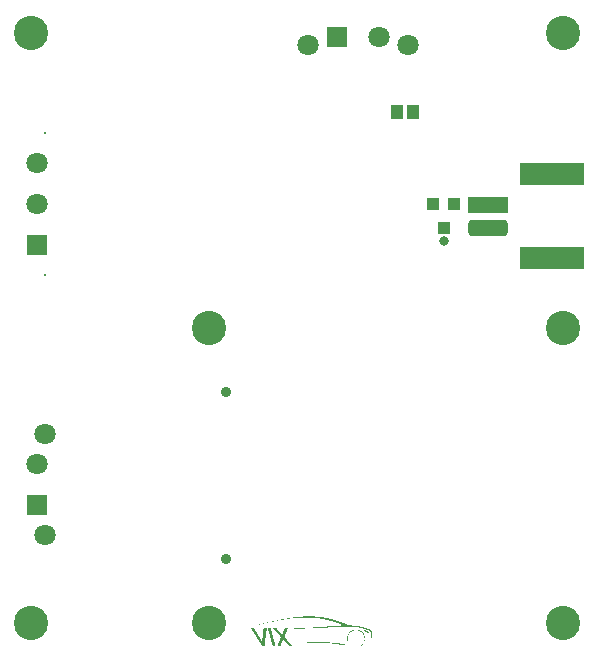
<source format=gbs>
G04*
G04 #@! TF.GenerationSoftware,Altium Limited,Altium Designer,19.0.10 (269)*
G04*
G04 Layer_Color=16711935*
%FSLAX25Y25*%
%MOIN*%
G70*
G01*
G75*
%ADD54R,0.04143X0.04537*%
%ADD81R,0.03950X0.04343*%
%ADD82C,0.03556*%
%ADD83R,0.07099X0.07099*%
%ADD84C,0.07099*%
%ADD85C,0.00800*%
%ADD86R,0.07099X0.07099*%
%ADD87C,0.11430*%
%ADD88C,0.03162*%
%ADD107R,0.21666X0.07493*%
G04:AMPARAMS|DCode=108|XSize=55.24mil|YSize=133.98mil|CornerRadius=15.81mil|HoleSize=0mil|Usage=FLASHONLY|Rotation=270.000|XOffset=0mil|YOffset=0mil|HoleType=Round|Shape=RoundedRectangle|*
%AMROUNDEDRECTD108*
21,1,0.05524,0.10236,0,0,270.0*
21,1,0.02362,0.13398,0,0,270.0*
1,1,0.03162,-0.05118,-0.01181*
1,1,0.03162,-0.05118,0.01181*
1,1,0.03162,0.05118,0.01181*
1,1,0.03162,0.05118,-0.01181*
%
%ADD108ROUNDEDRECTD108*%
%ADD109R,0.13398X0.05524*%
G36*
X104751Y12066D02*
X105470D01*
Y12001D01*
X105994D01*
Y11935D01*
X106517D01*
Y11870D01*
X106909D01*
Y11804D01*
X107301D01*
Y11739D01*
X107628D01*
Y11674D01*
X107955D01*
Y11608D01*
X108282D01*
Y11543D01*
X108609D01*
Y11477D01*
X109002D01*
Y11412D01*
X109263D01*
Y11347D01*
X109525D01*
Y11281D01*
X109786D01*
Y11216D01*
X109983D01*
Y11150D01*
X110244D01*
Y11085D01*
X110440D01*
Y11020D01*
X110637D01*
Y10954D01*
X110898D01*
Y10889D01*
X111094D01*
Y10823D01*
X111356D01*
Y10758D01*
X111618D01*
Y10693D01*
X111814D01*
Y10627D01*
X112010D01*
Y10562D01*
X112141D01*
Y10497D01*
X112337D01*
Y10431D01*
X112533D01*
Y10366D01*
X112729D01*
Y10300D01*
X112860D01*
Y10235D01*
X113056D01*
Y10170D01*
X113252D01*
Y10104D01*
X113449D01*
Y10039D01*
X113645D01*
Y9973D01*
X113841D01*
Y9908D01*
X113972D01*
Y9843D01*
X114168D01*
Y9777D01*
X114299D01*
Y9712D01*
X114429D01*
Y9646D01*
X114626D01*
Y9581D01*
X114757D01*
Y9516D01*
X114953D01*
Y9450D01*
X115083D01*
Y9385D01*
X115280D01*
Y9319D01*
X115476D01*
Y9254D01*
X115607D01*
Y9189D01*
X115737D01*
Y9123D01*
X116587D01*
Y9058D01*
X117438D01*
Y8992D01*
X118092D01*
Y8927D01*
X118549D01*
Y8862D01*
X119007D01*
Y8796D01*
X119399D01*
Y8731D01*
X119792D01*
Y8665D01*
X120119D01*
Y8600D01*
X120380D01*
Y8535D01*
X120577D01*
Y8469D01*
X120838D01*
Y8404D01*
X121034D01*
Y8338D01*
X121230D01*
Y8273D01*
X121427D01*
Y8208D01*
X121623D01*
Y8142D01*
X121819D01*
Y8077D01*
X122015D01*
Y8011D01*
X122211D01*
Y7946D01*
X122408D01*
Y7881D01*
X122538D01*
Y7815D01*
X122669D01*
Y7750D01*
X122800D01*
Y7684D01*
X122865D01*
Y7619D01*
X122996D01*
Y7554D01*
X123062D01*
Y7488D01*
X123127D01*
Y7423D01*
X123258D01*
Y7357D01*
X123323D01*
Y7292D01*
Y7227D01*
X123389D01*
Y7161D01*
X123454D01*
Y7096D01*
Y7031D01*
X123519D01*
Y6965D01*
Y6900D01*
Y6834D01*
Y6769D01*
Y6704D01*
Y6638D01*
Y6573D01*
Y6507D01*
Y6442D01*
Y6377D01*
Y6311D01*
Y6246D01*
Y6180D01*
Y6115D01*
Y6050D01*
Y5984D01*
Y5919D01*
Y5853D01*
Y5788D01*
Y5723D01*
X123454D01*
Y5657D01*
Y5592D01*
Y5526D01*
X123389D01*
Y5461D01*
Y5396D01*
Y5330D01*
X123323D01*
Y5265D01*
Y5200D01*
X123258D01*
Y5134D01*
Y5069D01*
Y5003D01*
X123192D01*
Y4938D01*
Y4873D01*
Y4807D01*
X123127D01*
Y4742D01*
Y4676D01*
X123062D01*
Y4611D01*
Y4546D01*
X122996D01*
Y4480D01*
Y4415D01*
X122931D01*
Y4480D01*
Y4546D01*
Y4611D01*
Y4676D01*
X122996D01*
Y4742D01*
Y4807D01*
Y4873D01*
X123062D01*
Y4938D01*
Y5003D01*
Y5069D01*
Y5134D01*
Y5200D01*
Y5265D01*
Y5330D01*
X123127D01*
Y5396D01*
Y5461D01*
Y5526D01*
Y5592D01*
Y5657D01*
X123192D01*
Y5723D01*
Y5788D01*
Y5853D01*
X123127D01*
Y5919D01*
Y5984D01*
Y6050D01*
X123192D01*
Y6115D01*
X123127D01*
Y6180D01*
Y6246D01*
Y6311D01*
Y6377D01*
X123062D01*
Y6442D01*
Y6507D01*
Y6573D01*
Y6638D01*
X122996D01*
Y6704D01*
Y6769D01*
X122931D01*
Y6834D01*
X122865D01*
Y6900D01*
Y6965D01*
X122800D01*
Y7031D01*
X122735D01*
Y7096D01*
X122669D01*
Y7161D01*
X122538D01*
Y7227D01*
X122473D01*
Y7292D01*
X122408D01*
Y7357D01*
X122277D01*
Y7423D01*
X122211D01*
Y7488D01*
X122081D01*
Y7554D01*
X121884D01*
Y7619D01*
X121688D01*
Y7684D01*
X121557D01*
Y7750D01*
X121427D01*
Y7815D01*
X121230D01*
Y7881D01*
X121100D01*
Y7946D01*
X120904D01*
Y8011D01*
X120707D01*
Y8077D01*
X120511D01*
Y8142D01*
X120315D01*
Y8208D01*
X120119D01*
Y8273D01*
X119726D01*
Y8338D01*
X119465D01*
Y8404D01*
X119138D01*
Y8469D01*
X118811D01*
Y8535D01*
X118419D01*
Y8600D01*
X117830D01*
Y8665D01*
X116914D01*
Y8731D01*
X113645D01*
Y8665D01*
X112141D01*
Y8600D01*
X110964D01*
Y8535D01*
X109852D01*
Y8469D01*
X108740D01*
Y8404D01*
X107694D01*
Y8338D01*
X107367D01*
Y8404D01*
X107301D01*
Y8338D01*
X106582D01*
Y8273D01*
X106321D01*
Y8338D01*
X106190D01*
Y8273D01*
X104816D01*
Y8208D01*
X103116D01*
Y8142D01*
X100893D01*
Y8077D01*
X97427D01*
Y8142D01*
X99520D01*
Y8208D01*
X100827D01*
Y8273D01*
X101874D01*
Y8338D01*
X102855D01*
Y8404D01*
X103770D01*
Y8469D01*
X104620D01*
Y8535D01*
X105470D01*
Y8600D01*
X106321D01*
Y8665D01*
X106517D01*
Y8600D01*
X106582D01*
Y8665D01*
X107105D01*
Y8731D01*
X107236D01*
Y8665D01*
X107367D01*
Y8731D01*
X108282D01*
Y8796D01*
X109133D01*
Y8862D01*
X109983D01*
Y8927D01*
X110833D01*
Y8992D01*
X111814D01*
Y9058D01*
X113056D01*
Y9123D01*
X113514D01*
Y9189D01*
Y9254D01*
X113383D01*
Y9319D01*
X113187D01*
Y9385D01*
X113056D01*
Y9450D01*
X112925D01*
Y9516D01*
X112795D01*
Y9581D01*
X112598D01*
Y9646D01*
X112402D01*
Y9712D01*
X112271D01*
Y9777D01*
X112075D01*
Y9843D01*
X111944D01*
Y9908D01*
X111748D01*
Y9973D01*
X111618D01*
Y10039D01*
X111421D01*
Y10104D01*
X111291D01*
Y10170D01*
X111094D01*
Y10235D01*
X110898D01*
Y10300D01*
X110637D01*
Y10366D01*
X110440D01*
Y10431D01*
X110244D01*
Y10497D01*
X110048D01*
Y10562D01*
X109852D01*
Y10627D01*
X109590D01*
Y10693D01*
X109394D01*
Y10758D01*
X109133D01*
Y10823D01*
X108936D01*
Y10889D01*
X108675D01*
Y10954D01*
X108413D01*
Y11020D01*
X108021D01*
Y11085D01*
X107694D01*
Y11150D01*
X107367D01*
Y11216D01*
X107040D01*
Y11281D01*
X106713D01*
Y11347D01*
X106321D01*
Y11412D01*
X105928D01*
Y11477D01*
X105470D01*
Y11543D01*
X104947D01*
Y11608D01*
X104293D01*
Y11674D01*
X103312D01*
Y11739D01*
X103182D01*
Y11674D01*
X102920D01*
Y11739D01*
X99585D01*
Y11674D01*
X99258D01*
Y11739D01*
X99127D01*
Y11674D01*
X98081D01*
Y11608D01*
X97296D01*
Y11543D01*
X96708D01*
Y11477D01*
X96184D01*
Y11412D01*
X95727D01*
Y11347D01*
X95269D01*
Y11281D01*
X94811D01*
Y11216D01*
X94419D01*
Y11150D01*
X94026D01*
Y11085D01*
X93634D01*
Y11020D01*
X93111D01*
Y10954D01*
X92718D01*
Y10889D01*
X92392D01*
Y10823D01*
X92065D01*
Y10758D01*
X91738D01*
Y10693D01*
X91411D01*
Y10627D01*
X91149D01*
Y10562D01*
X90822D01*
Y10497D01*
X90561D01*
Y10431D01*
X90233D01*
Y10366D01*
X89907D01*
Y10300D01*
X89580D01*
Y10235D01*
X89253D01*
Y10300D01*
X89514D01*
Y10366D01*
X89776D01*
Y10431D01*
X90037D01*
Y10497D01*
X90299D01*
Y10562D01*
X90561D01*
Y10627D01*
X90822D01*
Y10693D01*
X91149D01*
Y10758D01*
X91541D01*
Y10823D01*
X91868D01*
Y10889D01*
X92130D01*
Y10954D01*
X92457D01*
Y11020D01*
X92784D01*
Y11085D01*
X93046D01*
Y11150D01*
X93372D01*
Y11216D01*
X93699D01*
Y11281D01*
X94026D01*
Y11347D01*
X94419D01*
Y11412D01*
X94746D01*
Y11477D01*
X94811D01*
Y11412D01*
X94876D01*
Y11477D01*
X95269D01*
Y11543D01*
X95727D01*
Y11608D01*
X96119D01*
Y11674D01*
X96511D01*
Y11739D01*
X96969D01*
Y11804D01*
X97427D01*
Y11870D01*
X97950D01*
Y11935D01*
X98473D01*
Y12001D01*
X99127D01*
Y12066D01*
X99912D01*
Y12131D01*
X100108D01*
Y12066D01*
X100239D01*
Y12131D01*
X104490D01*
Y12066D01*
X104555D01*
Y12131D01*
X104751D01*
Y12066D01*
D02*
G37*
G36*
X89253Y10170D02*
X88991D01*
Y10235D01*
X89253D01*
Y10170D01*
D02*
G37*
G36*
X88991Y10104D02*
X88730D01*
Y10039D01*
X88468D01*
Y9973D01*
X88206D01*
Y9908D01*
X87945D01*
Y9843D01*
X87683D01*
Y9777D01*
X87422D01*
Y9712D01*
X87095D01*
Y9777D01*
X87291D01*
Y9843D01*
X87552D01*
Y9908D01*
X87814D01*
Y9973D01*
X88076D01*
Y10039D01*
X88337D01*
Y10104D01*
X88664D01*
Y10170D01*
X88991D01*
Y10104D01*
D02*
G37*
G36*
X87095Y9646D02*
X86833D01*
Y9712D01*
X87095D01*
Y9646D01*
D02*
G37*
G36*
X86833Y9581D02*
X86572D01*
Y9646D01*
X86833D01*
Y9581D01*
D02*
G37*
G36*
X85983Y9385D02*
X85721D01*
Y9450D01*
X85983D01*
Y9385D01*
D02*
G37*
G36*
X85721Y9319D02*
X85525D01*
Y9385D01*
X85721D01*
Y9319D01*
D02*
G37*
G36*
X120577Y7619D02*
X120838D01*
Y7554D01*
X121034D01*
Y7488D01*
X121230D01*
Y7423D01*
X121427D01*
Y7357D01*
X121623D01*
Y7292D01*
X121754D01*
Y7227D01*
X121884D01*
Y7161D01*
X122015D01*
Y7096D01*
X122081D01*
Y7031D01*
X122146D01*
Y6965D01*
X122277D01*
Y6900D01*
X122342D01*
Y6834D01*
X122408D01*
Y6769D01*
Y6704D01*
Y6638D01*
X122277D01*
Y6573D01*
X121819D01*
Y6638D01*
X121688D01*
Y6704D01*
X121557D01*
Y6769D01*
X121492D01*
Y6834D01*
X121427D01*
Y6900D01*
X121361D01*
Y6965D01*
X121296D01*
Y7031D01*
X121230D01*
Y7096D01*
X121165D01*
Y7161D01*
X121034D01*
Y7227D01*
X120969D01*
Y7292D01*
X120904D01*
Y7357D01*
X120838D01*
Y7423D01*
X120707D01*
Y7488D01*
X120642D01*
Y7554D01*
X120511D01*
Y7619D01*
X120380D01*
Y7684D01*
X120577D01*
Y7619D01*
D02*
G37*
G36*
X95269Y8142D02*
Y8077D01*
X95204D01*
Y8011D01*
Y7946D01*
Y7881D01*
X95138D01*
Y7815D01*
Y7750D01*
X95073D01*
Y7684D01*
Y7619D01*
Y7554D01*
X95007D01*
Y7488D01*
Y7423D01*
Y7357D01*
X94942D01*
Y7292D01*
Y7227D01*
Y7161D01*
X94876D01*
Y7096D01*
Y7031D01*
X94811D01*
Y6965D01*
Y6900D01*
Y6834D01*
X94746D01*
Y6769D01*
Y6704D01*
X94680D01*
Y6638D01*
Y6573D01*
Y6507D01*
X94615D01*
Y6442D01*
Y6377D01*
X94550D01*
Y6311D01*
Y6246D01*
Y6180D01*
X94484D01*
Y6115D01*
Y6050D01*
X94419D01*
Y5984D01*
Y5919D01*
Y5853D01*
X94353D01*
Y5788D01*
Y5723D01*
Y5657D01*
Y5592D01*
X94288D01*
Y5526D01*
Y5461D01*
X94223D01*
Y5396D01*
Y5330D01*
Y5265D01*
Y5200D01*
X94288D01*
Y5134D01*
X94353D01*
Y5069D01*
X94419D01*
Y5003D01*
X94484D01*
Y4938D01*
Y4873D01*
X94550D01*
Y4807D01*
X94615D01*
Y4742D01*
X94680D01*
Y4676D01*
X94746D01*
Y4611D01*
X94811D01*
Y4546D01*
X94876D01*
Y4480D01*
X94942D01*
Y4415D01*
X95007D01*
Y4349D01*
Y4284D01*
X95073D01*
Y4219D01*
X95138D01*
Y4153D01*
X95204D01*
Y4088D01*
X95269D01*
Y4022D01*
X95334D01*
Y3957D01*
X95400D01*
Y3892D01*
Y3826D01*
X95465D01*
Y3761D01*
X95530D01*
Y3695D01*
X95596D01*
Y3630D01*
X95661D01*
Y3565D01*
X95727D01*
Y3499D01*
X95792D01*
Y3434D01*
X95858D01*
Y3368D01*
Y3303D01*
X95923D01*
Y3238D01*
X95988D01*
Y3172D01*
X96054D01*
Y3107D01*
X96119D01*
Y3042D01*
X96184D01*
Y2976D01*
X96250D01*
Y2911D01*
X96315D01*
Y2845D01*
X96381D01*
Y2780D01*
Y2715D01*
X96446D01*
Y2649D01*
X96511D01*
Y2584D01*
X96577D01*
Y2518D01*
X96642D01*
Y2453D01*
X96708D01*
Y2388D01*
X96773D01*
Y2322D01*
Y2257D01*
X96904D01*
Y2191D01*
X95727D01*
Y2257D01*
X95661D01*
Y2322D01*
X95596D01*
Y2388D01*
Y2453D01*
X95530D01*
Y2518D01*
X95465D01*
Y2584D01*
X95400D01*
Y2649D01*
X95334D01*
Y2715D01*
X95269D01*
Y2780D01*
X95204D01*
Y2845D01*
X95138D01*
Y2911D01*
Y2976D01*
X95073D01*
Y3042D01*
X95007D01*
Y3107D01*
X94942D01*
Y3172D01*
X94876D01*
Y3238D01*
Y3303D01*
X94811D01*
Y3368D01*
X94746D01*
Y3434D01*
X94680D01*
Y3499D01*
X94615D01*
Y3565D01*
X94550D01*
Y3630D01*
X94484D01*
Y3695D01*
X94419D01*
Y3761D01*
Y3826D01*
X94353D01*
Y3892D01*
X94288D01*
Y3957D01*
X94223D01*
Y4022D01*
X94157D01*
Y4088D01*
X94092D01*
Y4153D01*
Y4219D01*
X94026D01*
Y4284D01*
X93961D01*
Y4349D01*
X93896D01*
Y4415D01*
X93830D01*
Y4480D01*
X93699D01*
Y4415D01*
X93634D01*
Y4349D01*
Y4284D01*
Y4219D01*
Y4153D01*
X93569D01*
Y4088D01*
Y4022D01*
X93503D01*
Y3957D01*
Y3892D01*
Y3826D01*
X93438D01*
Y3761D01*
Y3695D01*
Y3630D01*
X93372D01*
Y3565D01*
Y3499D01*
X93307D01*
Y3434D01*
Y3368D01*
X93242D01*
Y3303D01*
Y3238D01*
Y3172D01*
X93176D01*
Y3107D01*
Y3042D01*
Y2976D01*
X93111D01*
Y2911D01*
Y2845D01*
Y2780D01*
X93046D01*
Y2715D01*
Y2649D01*
X92980D01*
Y2584D01*
Y2518D01*
Y2453D01*
Y2388D01*
X92915D01*
Y2322D01*
Y2257D01*
Y2191D01*
X91803D01*
Y2257D01*
X91868D01*
Y2322D01*
Y2388D01*
X91934D01*
Y2453D01*
Y2518D01*
X91999D01*
Y2584D01*
Y2649D01*
Y2715D01*
X92065D01*
Y2780D01*
Y2845D01*
X92130D01*
Y2911D01*
Y2976D01*
Y3042D01*
X92195D01*
Y3107D01*
Y3172D01*
X92261D01*
Y3238D01*
Y3303D01*
Y3368D01*
X92326D01*
Y3434D01*
Y3499D01*
X92392D01*
Y3565D01*
Y3630D01*
Y3695D01*
X92457D01*
Y3761D01*
Y3826D01*
Y3892D01*
Y3957D01*
X92522D01*
Y4022D01*
Y4088D01*
X92588D01*
Y4153D01*
Y4219D01*
X92653D01*
Y4284D01*
Y4349D01*
Y4415D01*
X92718D01*
Y4480D01*
Y4546D01*
Y4611D01*
X92784D01*
Y4676D01*
Y4742D01*
X92849D01*
Y4807D01*
Y4873D01*
X92915D01*
Y4938D01*
Y5003D01*
Y5069D01*
X92980D01*
Y5134D01*
Y5200D01*
Y5265D01*
Y5330D01*
X92915D01*
Y5396D01*
X92849D01*
Y5461D01*
X92784D01*
Y5526D01*
X92718D01*
Y5592D01*
X92653D01*
Y5657D01*
X92588D01*
Y5723D01*
Y5788D01*
X92522D01*
Y5853D01*
X92457D01*
Y5919D01*
X92392D01*
Y5984D01*
X92326D01*
Y6050D01*
X92261D01*
Y6115D01*
X92195D01*
Y6180D01*
X92130D01*
Y6246D01*
X92065D01*
Y6311D01*
Y6377D01*
X91999D01*
Y6442D01*
X91934D01*
Y6507D01*
X91868D01*
Y6573D01*
X91803D01*
Y6638D01*
X91738D01*
Y6704D01*
X91672D01*
Y6769D01*
X91607D01*
Y6834D01*
Y6900D01*
X91541D01*
Y6965D01*
X91476D01*
Y7031D01*
X91411D01*
Y7096D01*
X91345D01*
Y7161D01*
X91280D01*
Y7227D01*
X91214D01*
Y7292D01*
X91149D01*
Y7357D01*
Y7423D01*
X91084D01*
Y7488D01*
X91018D01*
Y7554D01*
X90953D01*
Y7619D01*
X90887D01*
Y7684D01*
X90822D01*
Y7750D01*
X90757D01*
Y7815D01*
X90691D01*
Y7881D01*
Y7946D01*
X90626D01*
Y8011D01*
X90561D01*
Y8077D01*
X90495D01*
Y8142D01*
X90430D01*
Y8208D01*
X91541D01*
Y8142D01*
X91607D01*
Y8077D01*
X91672D01*
Y8011D01*
X91738D01*
Y7946D01*
X91803D01*
Y7881D01*
X91868D01*
Y7815D01*
Y7750D01*
X91934D01*
Y7684D01*
X91999D01*
Y7619D01*
X92065D01*
Y7554D01*
X92130D01*
Y7488D01*
X92195D01*
Y7423D01*
X92261D01*
Y7357D01*
Y7292D01*
X92326D01*
Y7227D01*
X92392D01*
Y7161D01*
X92457D01*
Y7096D01*
X92522D01*
Y7031D01*
Y6965D01*
X92588D01*
Y6900D01*
X92653D01*
Y6834D01*
X92718D01*
Y6769D01*
X92784D01*
Y6704D01*
X92849D01*
Y6638D01*
X92915D01*
Y6573D01*
X92980D01*
Y6507D01*
Y6442D01*
X93046D01*
Y6377D01*
X93111D01*
Y6311D01*
X93176D01*
Y6246D01*
X93242D01*
Y6180D01*
Y6115D01*
X93307D01*
Y6050D01*
X93503D01*
Y6115D01*
Y6180D01*
Y6246D01*
X93569D01*
Y6311D01*
Y6377D01*
X93634D01*
Y6442D01*
Y6507D01*
Y6573D01*
X93699D01*
Y6638D01*
Y6704D01*
X93765D01*
Y6769D01*
Y6834D01*
Y6900D01*
Y6965D01*
X93830D01*
Y7031D01*
Y7096D01*
Y7161D01*
X93896D01*
Y7227D01*
Y7292D01*
X93961D01*
Y7357D01*
Y7423D01*
X94026D01*
Y7488D01*
Y7554D01*
Y7619D01*
X94092D01*
Y7684D01*
Y7750D01*
X94157D01*
Y7815D01*
Y7881D01*
Y7946D01*
X94223D01*
Y8011D01*
Y8077D01*
Y8142D01*
X94288D01*
Y8208D01*
X95269D01*
Y8142D01*
D02*
G37*
G36*
X122931Y4349D02*
Y4284D01*
Y4219D01*
X122865D01*
Y4284D01*
Y4349D01*
Y4415D01*
X122931D01*
Y4349D01*
D02*
G37*
G36*
X122865Y4153D02*
Y4088D01*
Y4022D01*
X122800D01*
Y4088D01*
Y4153D01*
Y4219D01*
X122865D01*
Y4153D01*
D02*
G37*
G36*
X88272Y8142D02*
Y8077D01*
X88206D01*
Y8011D01*
Y7946D01*
Y7881D01*
Y7815D01*
Y7750D01*
Y7684D01*
Y7619D01*
Y7554D01*
Y7488D01*
Y7423D01*
Y7357D01*
X88141D01*
Y7292D01*
Y7227D01*
Y7161D01*
Y7096D01*
Y7031D01*
Y6965D01*
Y6900D01*
X88076D01*
Y6834D01*
Y6769D01*
Y6704D01*
Y6638D01*
Y6573D01*
Y6507D01*
Y6442D01*
Y6377D01*
X88010D01*
Y6311D01*
Y6246D01*
Y6180D01*
Y6115D01*
Y6050D01*
Y5984D01*
Y5919D01*
X87945D01*
Y5853D01*
Y5788D01*
Y5723D01*
Y5657D01*
Y5592D01*
Y5526D01*
Y5461D01*
X87879D01*
Y5396D01*
Y5330D01*
Y5265D01*
Y5200D01*
Y5134D01*
Y5069D01*
Y5003D01*
Y4938D01*
X87814D01*
Y4873D01*
Y4807D01*
Y4742D01*
Y4676D01*
Y4611D01*
Y4546D01*
Y4480D01*
X87749D01*
Y4415D01*
Y4349D01*
Y4284D01*
Y4219D01*
Y4153D01*
Y4088D01*
Y4022D01*
Y3957D01*
X87683D01*
Y3892D01*
Y3826D01*
Y3761D01*
Y3695D01*
Y3630D01*
Y3565D01*
Y3499D01*
Y3434D01*
X87618D01*
Y3368D01*
Y3303D01*
Y3238D01*
Y3172D01*
Y3107D01*
Y3042D01*
Y2976D01*
Y2911D01*
X87552D01*
Y2845D01*
Y2780D01*
Y2715D01*
Y2649D01*
Y2584D01*
Y2518D01*
Y2453D01*
Y2388D01*
Y2322D01*
X87487D01*
Y2257D01*
X87552D01*
Y2191D01*
X86768D01*
Y2257D01*
Y2322D01*
X86702D01*
Y2388D01*
X86637D01*
Y2453D01*
Y2518D01*
X86572D01*
Y2584D01*
Y2649D01*
X86506D01*
Y2715D01*
X86441D01*
Y2780D01*
X86375D01*
Y2845D01*
Y2911D01*
X86310D01*
Y2976D01*
Y3042D01*
X86244D01*
Y3107D01*
X86179D01*
Y3172D01*
Y3238D01*
X86114D01*
Y3303D01*
Y3368D01*
X86048D01*
Y3434D01*
X85983D01*
Y3499D01*
Y3565D01*
X85918D01*
Y3630D01*
X85852D01*
Y3695D01*
Y3761D01*
X85787D01*
Y3826D01*
X85721D01*
Y3892D01*
Y3957D01*
X85656D01*
Y4022D01*
Y4088D01*
X85590D01*
Y4153D01*
X85525D01*
Y4219D01*
Y4284D01*
X85460D01*
Y4349D01*
Y4415D01*
X85394D01*
Y4480D01*
X85329D01*
Y4546D01*
Y4611D01*
X85264D01*
Y4676D01*
X85198D01*
Y4742D01*
Y4807D01*
X85133D01*
Y4873D01*
X85067D01*
Y4938D01*
Y5003D01*
X85002D01*
Y5069D01*
X84937D01*
Y5134D01*
Y5200D01*
X84871D01*
Y5265D01*
Y5330D01*
X84806D01*
Y5396D01*
X84740D01*
Y5461D01*
Y5526D01*
X84675D01*
Y5592D01*
X84610D01*
Y5657D01*
Y5723D01*
X84544D01*
Y5788D01*
Y5853D01*
X84479D01*
Y5919D01*
X84413D01*
Y5984D01*
Y6050D01*
X84348D01*
Y6115D01*
X84283D01*
Y6180D01*
Y6246D01*
X84217D01*
Y6311D01*
Y6377D01*
X84152D01*
Y6442D01*
X84087D01*
Y6507D01*
Y6573D01*
X84021D01*
Y6638D01*
Y6704D01*
X83956D01*
Y6769D01*
X83890D01*
Y6834D01*
X83825D01*
Y6900D01*
Y6965D01*
X83759D01*
Y7031D01*
X83694D01*
Y7096D01*
Y7161D01*
X83629D01*
Y7227D01*
Y7292D01*
X83563D01*
Y7357D01*
X83498D01*
Y7423D01*
Y7488D01*
X83433D01*
Y7554D01*
Y7619D01*
X83367D01*
Y7684D01*
X83302D01*
Y7750D01*
Y7815D01*
X83236D01*
Y7881D01*
X83171D01*
Y7946D01*
Y8011D01*
X83105D01*
Y8077D01*
X83040D01*
Y8142D01*
Y8208D01*
X84021D01*
Y8142D01*
X84087D01*
Y8077D01*
X84152D01*
Y8011D01*
Y7946D01*
X84217D01*
Y7881D01*
Y7815D01*
X84283D01*
Y7750D01*
X84348D01*
Y7684D01*
Y7619D01*
X84413D01*
Y7554D01*
Y7488D01*
X84479D01*
Y7423D01*
X84544D01*
Y7357D01*
X84610D01*
Y7292D01*
Y7227D01*
X84675D01*
Y7161D01*
Y7096D01*
X84740D01*
Y7031D01*
X84806D01*
Y6965D01*
Y6900D01*
X84871D01*
Y6834D01*
Y6769D01*
X84937D01*
Y6704D01*
X85002D01*
Y6638D01*
Y6573D01*
X85067D01*
Y6507D01*
Y6442D01*
X85133D01*
Y6377D01*
X85198D01*
Y6311D01*
Y6246D01*
X85264D01*
Y6180D01*
Y6115D01*
X85329D01*
Y6050D01*
X85394D01*
Y5984D01*
Y5919D01*
X85460D01*
Y5853D01*
X85525D01*
Y5788D01*
Y5723D01*
X85590D01*
Y5657D01*
Y5592D01*
X85656D01*
Y5526D01*
X85721D01*
Y5461D01*
Y5396D01*
X85787D01*
Y5330D01*
X85852D01*
Y5265D01*
Y5200D01*
X85918D01*
Y5134D01*
Y5069D01*
X85983D01*
Y5003D01*
X86048D01*
Y4938D01*
Y4873D01*
X86114D01*
Y4807D01*
Y4742D01*
X86179D01*
Y4676D01*
X86244D01*
Y4611D01*
Y4546D01*
X86310D01*
Y4480D01*
Y4415D01*
X86375D01*
Y4349D01*
Y4284D01*
X86441D01*
Y4219D01*
X86506D01*
Y4153D01*
Y4088D01*
X86572D01*
Y4022D01*
X86637D01*
Y3957D01*
X86768D01*
Y4022D01*
Y4088D01*
Y4153D01*
Y4219D01*
Y4284D01*
X86833D01*
Y4349D01*
Y4415D01*
Y4480D01*
Y4546D01*
Y4611D01*
Y4676D01*
Y4742D01*
Y4807D01*
X86898D01*
Y4873D01*
Y4938D01*
Y5003D01*
Y5069D01*
Y5134D01*
Y5200D01*
Y5265D01*
Y5330D01*
Y5396D01*
X86964D01*
Y5461D01*
Y5526D01*
Y5592D01*
Y5657D01*
Y5723D01*
Y5788D01*
Y5853D01*
Y5919D01*
X87029D01*
Y5984D01*
Y6050D01*
Y6115D01*
Y6180D01*
Y6246D01*
Y6311D01*
Y6377D01*
Y6442D01*
Y6507D01*
Y6573D01*
Y6638D01*
Y6704D01*
Y6769D01*
X87095D01*
Y6834D01*
Y6900D01*
Y6965D01*
Y7031D01*
Y7096D01*
Y7161D01*
Y7227D01*
Y7292D01*
X87160D01*
Y7357D01*
Y7423D01*
Y7488D01*
Y7554D01*
Y7619D01*
Y7684D01*
Y7750D01*
Y7815D01*
X87225D01*
Y7881D01*
Y7946D01*
Y8011D01*
Y8077D01*
Y8142D01*
Y8208D01*
X88272D01*
Y8142D01*
D02*
G37*
G36*
X122800Y3957D02*
Y3892D01*
X122735D01*
Y3957D01*
Y4022D01*
X122800D01*
Y3957D01*
D02*
G37*
G36*
X122735Y3826D02*
Y3761D01*
X122669D01*
Y3826D01*
Y3892D01*
X122735D01*
Y3826D01*
D02*
G37*
G36*
X122604Y3499D02*
Y3434D01*
X122538D01*
Y3499D01*
Y3565D01*
X122604D01*
Y3499D01*
D02*
G37*
G36*
X99650Y3172D02*
X98866D01*
Y3238D01*
X99650D01*
Y3172D01*
D02*
G37*
G36*
X118680Y7684D02*
X118876D01*
Y7619D01*
X119072D01*
Y7554D01*
X119269D01*
Y7488D01*
X119399D01*
Y7423D01*
X119530D01*
Y7357D01*
X119661D01*
Y7292D01*
X119726D01*
Y7227D01*
X119857D01*
Y7161D01*
X119923D01*
Y7096D01*
X119988D01*
Y7031D01*
X120053D01*
Y6965D01*
X120119D01*
Y6900D01*
X120184D01*
Y6834D01*
X120250D01*
Y6769D01*
X120315D01*
Y6704D01*
X120380D01*
Y6638D01*
X120446D01*
Y6573D01*
Y6507D01*
X120511D01*
Y6442D01*
X120577D01*
Y6377D01*
Y6311D01*
X120642D01*
Y6246D01*
Y6180D01*
X120707D01*
Y6115D01*
Y6050D01*
X120773D01*
Y5984D01*
Y5919D01*
X120838D01*
Y5853D01*
Y5788D01*
Y5723D01*
Y5657D01*
X120904D01*
Y5592D01*
Y5526D01*
Y5461D01*
X120969D01*
Y5396D01*
Y5330D01*
Y5265D01*
Y5200D01*
Y5134D01*
Y5069D01*
X121034D01*
Y5003D01*
Y4938D01*
Y4873D01*
Y4807D01*
Y4742D01*
Y4676D01*
Y4611D01*
Y4546D01*
Y4480D01*
Y4415D01*
X120969D01*
Y4349D01*
Y4284D01*
Y4219D01*
Y4153D01*
Y4088D01*
X120904D01*
Y4022D01*
Y3957D01*
Y3892D01*
Y3826D01*
X120838D01*
Y3761D01*
Y3695D01*
Y3630D01*
Y3565D01*
X120773D01*
Y3499D01*
Y3434D01*
X120707D01*
Y3368D01*
Y3303D01*
X120642D01*
Y3238D01*
X120577D01*
Y3172D01*
Y3107D01*
X120511D01*
Y3042D01*
Y2976D01*
X120446D01*
Y2911D01*
X120380D01*
Y2976D01*
Y3042D01*
X120446D01*
Y3107D01*
Y3172D01*
X120511D01*
Y3238D01*
Y3303D01*
X120577D01*
Y3368D01*
X120642D01*
Y3434D01*
Y3499D01*
Y3565D01*
X120707D01*
Y3630D01*
Y3695D01*
Y3761D01*
X120773D01*
Y3826D01*
Y3892D01*
Y3957D01*
X120838D01*
Y4022D01*
Y4088D01*
Y4153D01*
Y4219D01*
Y4284D01*
Y4349D01*
Y4415D01*
X120904D01*
Y4480D01*
Y4546D01*
Y4611D01*
Y4676D01*
Y4742D01*
Y4807D01*
X120838D01*
Y4873D01*
Y4938D01*
Y5003D01*
Y5069D01*
Y5134D01*
Y5200D01*
Y5265D01*
Y5330D01*
X120773D01*
Y5396D01*
Y5461D01*
Y5526D01*
X120707D01*
Y5592D01*
Y5657D01*
Y5723D01*
X120642D01*
Y5788D01*
Y5853D01*
X120577D01*
Y5919D01*
Y5984D01*
X120511D01*
Y6050D01*
Y6115D01*
X120446D01*
Y6180D01*
X120380D01*
Y6246D01*
Y6311D01*
X120315D01*
Y6377D01*
X120250D01*
Y6442D01*
X120184D01*
Y6507D01*
Y6573D01*
X120119D01*
Y6638D01*
X120053D01*
Y6704D01*
X119988D01*
Y6769D01*
X119923D01*
Y6834D01*
X119792D01*
Y6900D01*
X119726D01*
Y6965D01*
X119661D01*
Y7031D01*
X119530D01*
Y7096D01*
X119465D01*
Y7161D01*
X119334D01*
Y7227D01*
X119203D01*
Y7292D01*
X119007D01*
Y7357D01*
X118876D01*
Y7423D01*
X118615D01*
Y7488D01*
X117503D01*
Y7423D01*
X117241D01*
Y7357D01*
X117045D01*
Y7292D01*
X116914D01*
Y7227D01*
X116784D01*
Y7161D01*
X116653D01*
Y7096D01*
X116522D01*
Y7031D01*
X116457D01*
Y6965D01*
X116391D01*
Y6900D01*
X116261D01*
Y6834D01*
X116195D01*
Y6769D01*
X116130D01*
Y6704D01*
X116064D01*
Y6638D01*
X115999D01*
Y6573D01*
X115934D01*
Y6507D01*
X115868D01*
Y6442D01*
X115803D01*
Y6377D01*
X115737D01*
Y6311D01*
Y6246D01*
X115672D01*
Y6180D01*
X115607D01*
Y6115D01*
Y6050D01*
X115541D01*
Y5984D01*
Y5919D01*
X115476D01*
Y5853D01*
Y5788D01*
X115410D01*
Y5723D01*
Y5657D01*
Y5592D01*
X115345D01*
Y5526D01*
Y5461D01*
Y5396D01*
X115280D01*
Y5330D01*
Y5265D01*
Y5200D01*
Y5134D01*
Y5069D01*
Y5003D01*
X115214D01*
Y4938D01*
Y4873D01*
Y4807D01*
Y4742D01*
Y4676D01*
Y4611D01*
Y4546D01*
Y4480D01*
Y4415D01*
Y4349D01*
Y4284D01*
X115280D01*
Y4219D01*
Y4153D01*
Y4088D01*
Y4022D01*
Y3957D01*
X115345D01*
Y3892D01*
Y3826D01*
Y3761D01*
Y3695D01*
X115410D01*
Y3630D01*
Y3565D01*
Y3499D01*
X115476D01*
Y3434D01*
Y3368D01*
Y3303D01*
X115541D01*
Y3238D01*
Y3172D01*
X115607D01*
Y3107D01*
X115672D01*
Y3042D01*
Y2976D01*
X115737D01*
Y2911D01*
X115803D01*
Y2845D01*
Y2780D01*
X115737D01*
Y2845D01*
X115672D01*
Y2911D01*
X115607D01*
Y2976D01*
Y3042D01*
X115541D01*
Y3107D01*
Y3172D01*
X115476D01*
Y3238D01*
X115410D01*
Y3303D01*
Y3368D01*
X115345D01*
Y3434D01*
Y3499D01*
Y3565D01*
X115280D01*
Y3630D01*
Y3695D01*
X115214D01*
Y3761D01*
Y3826D01*
Y3892D01*
X115149D01*
Y3957D01*
Y4022D01*
Y4088D01*
Y4153D01*
X115083D01*
Y4219D01*
Y4284D01*
Y4349D01*
Y4415D01*
Y4480D01*
Y4546D01*
Y4611D01*
Y4676D01*
Y4742D01*
Y4807D01*
Y4873D01*
Y4938D01*
Y5003D01*
Y5069D01*
Y5134D01*
Y5200D01*
Y5265D01*
Y5330D01*
Y5396D01*
X115149D01*
Y5461D01*
Y5526D01*
Y5592D01*
X115214D01*
Y5657D01*
Y5723D01*
Y5788D01*
X115280D01*
Y5853D01*
Y5919D01*
Y5984D01*
X115345D01*
Y6050D01*
Y6115D01*
X115410D01*
Y6180D01*
Y6246D01*
X115476D01*
Y6311D01*
Y6377D01*
X115541D01*
Y6442D01*
X115607D01*
Y6507D01*
Y6573D01*
X115672D01*
Y6638D01*
X115737D01*
Y6704D01*
X115803D01*
Y6769D01*
X115868D01*
Y6834D01*
X115934D01*
Y6900D01*
Y6965D01*
X115999D01*
Y7031D01*
X116130D01*
Y7096D01*
X116195D01*
Y7161D01*
X116261D01*
Y7227D01*
X116326D01*
Y7292D01*
X116457D01*
Y7357D01*
X116587D01*
Y7423D01*
X116718D01*
Y7488D01*
X116849D01*
Y7554D01*
X116980D01*
Y7619D01*
X117176D01*
Y7684D01*
X117438D01*
Y7750D01*
X118680D01*
Y7684D01*
D02*
G37*
G36*
X120380Y2845D02*
X120315D01*
Y2911D01*
X120380D01*
Y2845D01*
D02*
G37*
G36*
X120315Y2780D02*
X120250D01*
Y2845D01*
X120315D01*
Y2780D01*
D02*
G37*
G36*
X120250Y2715D02*
X120184D01*
Y2780D01*
X120250D01*
Y2715D01*
D02*
G37*
G36*
X120184Y2649D02*
X120119D01*
Y2715D01*
X120184D01*
Y2649D01*
D02*
G37*
G36*
X108086Y3434D02*
X109394D01*
Y3368D01*
X110244D01*
Y3303D01*
X111029D01*
Y3238D01*
X111748D01*
Y3172D01*
X112206D01*
Y3107D01*
X112664D01*
Y3042D01*
X112991D01*
Y2976D01*
X113383D01*
Y2911D01*
X113710D01*
Y2845D01*
X113972D01*
Y2780D01*
X114299D01*
Y2715D01*
X114560D01*
Y2649D01*
X114233D01*
Y2715D01*
X112337D01*
Y2780D01*
X111944D01*
Y2845D01*
X111487D01*
Y2911D01*
X111029D01*
Y2976D01*
X110637D01*
Y3042D01*
X110113D01*
Y3107D01*
X109525D01*
Y3172D01*
X108871D01*
Y3238D01*
X108021D01*
Y3303D01*
X106451D01*
Y3368D01*
X103705D01*
Y3303D01*
X101089D01*
Y3238D01*
X99650D01*
Y3303D01*
X100566D01*
Y3368D01*
X101808D01*
Y3434D01*
X103901D01*
Y3499D01*
X108086D01*
Y3434D01*
D02*
G37*
G36*
X119923Y2388D02*
X119857D01*
Y2453D01*
X119923D01*
Y2388D01*
D02*
G37*
G36*
X119857Y2322D02*
X119792D01*
Y2388D01*
X119857D01*
Y2322D01*
D02*
G37*
G36*
X119792Y2257D02*
X119726D01*
Y2322D01*
X119792D01*
Y2257D01*
D02*
G37*
G36*
X89580Y8142D02*
X89645D01*
Y8077D01*
Y8011D01*
Y7946D01*
Y7881D01*
Y7815D01*
X89710D01*
Y7750D01*
Y7684D01*
Y7619D01*
X89776D01*
Y7554D01*
Y7488D01*
Y7423D01*
X89841D01*
Y7357D01*
Y7292D01*
Y7227D01*
Y7161D01*
X89907D01*
Y7096D01*
Y7031D01*
Y6965D01*
Y6900D01*
X89972D01*
Y6834D01*
Y6769D01*
Y6704D01*
X90037D01*
Y6638D01*
Y6573D01*
Y6507D01*
Y6442D01*
X90103D01*
Y6377D01*
Y6311D01*
Y6246D01*
X90168D01*
Y6180D01*
Y6115D01*
Y6050D01*
Y5984D01*
X90233D01*
Y5919D01*
Y5853D01*
Y5788D01*
Y5723D01*
Y5657D01*
X90299D01*
Y5592D01*
Y5526D01*
Y5461D01*
Y5396D01*
X90364D01*
Y5330D01*
Y5265D01*
Y5200D01*
X90430D01*
Y5134D01*
Y5069D01*
Y5003D01*
Y4938D01*
X90495D01*
Y4873D01*
Y4807D01*
Y4742D01*
Y4676D01*
X90561D01*
Y4611D01*
Y4546D01*
Y4480D01*
X90626D01*
Y4415D01*
Y4349D01*
Y4284D01*
X90691D01*
Y4219D01*
Y4153D01*
Y4088D01*
Y4022D01*
X90757D01*
Y3957D01*
Y3892D01*
Y3826D01*
X90822D01*
Y3761D01*
Y3695D01*
Y3630D01*
Y3565D01*
X90887D01*
Y3499D01*
Y3434D01*
Y3368D01*
Y3303D01*
X90953D01*
Y3238D01*
Y3172D01*
Y3107D01*
Y3042D01*
Y2976D01*
X91018D01*
Y2911D01*
Y2845D01*
Y2780D01*
Y2715D01*
X91084D01*
Y2649D01*
Y2584D01*
Y2518D01*
X91149D01*
Y2453D01*
Y2388D01*
Y2322D01*
Y2257D01*
X91214D01*
Y2191D01*
X90299D01*
Y2257D01*
Y2322D01*
X90233D01*
Y2388D01*
Y2453D01*
Y2518D01*
X90168D01*
Y2584D01*
Y2649D01*
Y2715D01*
X90103D01*
Y2780D01*
Y2845D01*
Y2911D01*
Y2976D01*
X90037D01*
Y3042D01*
Y3107D01*
Y3172D01*
Y3238D01*
X89972D01*
Y3303D01*
Y3368D01*
Y3434D01*
X89907D01*
Y3499D01*
Y3565D01*
Y3630D01*
Y3695D01*
X89841D01*
Y3761D01*
Y3826D01*
Y3892D01*
X89776D01*
Y3957D01*
Y4022D01*
Y4088D01*
Y4153D01*
X89710D01*
Y4219D01*
Y4284D01*
Y4349D01*
Y4415D01*
Y4480D01*
X89645D01*
Y4546D01*
Y4611D01*
Y4676D01*
Y4742D01*
X89580D01*
Y4807D01*
Y4873D01*
Y4938D01*
X89514D01*
Y5003D01*
Y5069D01*
Y5134D01*
Y5200D01*
X89449D01*
Y5265D01*
Y5330D01*
Y5396D01*
Y5461D01*
X89383D01*
Y5526D01*
Y5592D01*
Y5657D01*
X89318D01*
Y5723D01*
Y5788D01*
Y5853D01*
X89253D01*
Y5919D01*
Y5984D01*
Y6050D01*
Y6115D01*
X89187D01*
Y6180D01*
Y6246D01*
Y6311D01*
X89122D01*
Y6377D01*
Y6442D01*
Y6507D01*
Y6573D01*
X89056D01*
Y6638D01*
Y6704D01*
Y6769D01*
Y6834D01*
Y6900D01*
X88991D01*
Y6965D01*
Y7031D01*
Y7096D01*
Y7161D01*
X88926D01*
Y7227D01*
Y7292D01*
Y7357D01*
Y7423D01*
X88860D01*
Y7488D01*
Y7554D01*
Y7619D01*
X88795D01*
Y7684D01*
Y7750D01*
Y7815D01*
Y7881D01*
X88730D01*
Y7946D01*
Y8011D01*
Y8077D01*
X88664D01*
Y8142D01*
Y8208D01*
X89580D01*
Y8142D01*
D02*
G37*
D54*
X131791Y180118D02*
D03*
X137106D02*
D03*
D81*
X143701Y149606D02*
D03*
X150787D02*
D03*
X147244Y141732D02*
D03*
D82*
X74803Y86811D02*
D03*
Y31299D02*
D03*
D83*
X111811Y205118D02*
D03*
D84*
X125591D02*
D03*
X101969Y202638D02*
D03*
X135433D02*
D03*
X11811Y163386D02*
D03*
Y149606D02*
D03*
Y62992D02*
D03*
X14291Y39370D02*
D03*
Y72835D02*
D03*
D85*
Y173228D02*
D03*
Y125984D02*
D03*
D86*
X11811Y135827D02*
D03*
Y49213D02*
D03*
D87*
X9843Y9843D02*
D03*
X187008D02*
D03*
X68898D02*
D03*
Y108268D02*
D03*
X187008D02*
D03*
Y206693D02*
D03*
X9843Y206693D02*
D03*
D88*
X147244Y137402D02*
D03*
D107*
X183465Y131496D02*
D03*
Y159449D02*
D03*
D108*
X161890Y141535D02*
D03*
D109*
Y149409D02*
D03*
M02*

</source>
